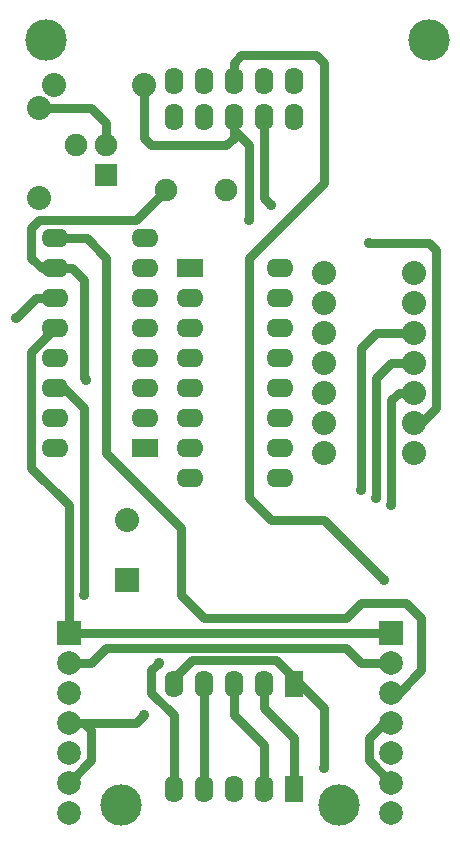
<source format=gtl>
G04 (created by PCBNEW-RS274X (2011-12-21 BZR 3253)-stable) date 15/03/2013 12:04:59*
G01*
G70*
G90*
%MOIN*%
G04 Gerber Fmt 3.4, Leading zero omitted, Abs format*
%FSLAX34Y34*%
G04 APERTURE LIST*
%ADD10C,0.006000*%
%ADD11R,0.078700X0.078700*%
%ADD12C,0.078700*%
%ADD13R,0.062000X0.090000*%
%ADD14O,0.062000X0.090000*%
%ADD15R,0.090000X0.062000*%
%ADD16O,0.090000X0.062000*%
%ADD17R,0.075000X0.075000*%
%ADD18C,0.075000*%
%ADD19C,0.080000*%
%ADD20R,0.080000X0.080000*%
%ADD21C,0.137800*%
%ADD22C,0.035000*%
%ADD23C,0.030000*%
G04 APERTURE END LIST*
G54D10*
G54D11*
X12750Y-31000D03*
G54D12*
X12750Y-32000D03*
X12750Y-33000D03*
X12750Y-34000D03*
X12750Y-35000D03*
X12750Y-36000D03*
X12750Y-37000D03*
G54D13*
X20250Y-32700D03*
G54D14*
X19250Y-32700D03*
X18250Y-32700D03*
X17250Y-32700D03*
X16250Y-32700D03*
X16250Y-13800D03*
X17250Y-13800D03*
X18250Y-13800D03*
X19250Y-13800D03*
X20250Y-13800D03*
G54D11*
X23500Y-31000D03*
G54D12*
X23500Y-32000D03*
X23500Y-33000D03*
X23500Y-34000D03*
X23500Y-35000D03*
X23500Y-36000D03*
X23500Y-37000D03*
G54D15*
X15300Y-24850D03*
G54D16*
X15300Y-23850D03*
X15300Y-22850D03*
X15300Y-21850D03*
X15300Y-20850D03*
X15300Y-19850D03*
X15300Y-18850D03*
X15300Y-17850D03*
X12300Y-17850D03*
X12300Y-18850D03*
X12300Y-19850D03*
X12300Y-20850D03*
X12300Y-21850D03*
X12300Y-22850D03*
X12300Y-23850D03*
X12300Y-24850D03*
G54D17*
X14000Y-15750D03*
G54D18*
X14000Y-14750D03*
X13000Y-14750D03*
G54D19*
X11750Y-16500D03*
X11750Y-13500D03*
X15250Y-12750D03*
X12250Y-12750D03*
G54D20*
X14700Y-29250D03*
G54D19*
X14700Y-27250D03*
G54D18*
X16000Y-16250D03*
X18000Y-16250D03*
G54D15*
X16800Y-18850D03*
G54D16*
X16800Y-19850D03*
X16800Y-20850D03*
X16800Y-21850D03*
X16800Y-22850D03*
X16800Y-23850D03*
X16800Y-24850D03*
X16800Y-25850D03*
X19800Y-25850D03*
X19800Y-24850D03*
X19800Y-23850D03*
X19800Y-22850D03*
X19800Y-21850D03*
X19800Y-20850D03*
X19800Y-19850D03*
X19800Y-18850D03*
G54D21*
X24750Y-11250D03*
X12000Y-11250D03*
X14500Y-36750D03*
X21750Y-36750D03*
G54D19*
X21250Y-19000D03*
X24250Y-19000D03*
X21250Y-20000D03*
X24250Y-20000D03*
X21250Y-21000D03*
X24250Y-21000D03*
X21250Y-22000D03*
X24250Y-22000D03*
X21250Y-23000D03*
X24250Y-23000D03*
X21250Y-24000D03*
X24250Y-24000D03*
X21250Y-25000D03*
X24250Y-25000D03*
G54D13*
X20250Y-36200D03*
G54D14*
X19250Y-36200D03*
X18250Y-36200D03*
X17250Y-36200D03*
X16250Y-36200D03*
X16250Y-12600D03*
X17250Y-12600D03*
X18250Y-12600D03*
X19250Y-12600D03*
X20250Y-12600D03*
G54D22*
X13320Y-22570D03*
X11000Y-20500D03*
X13250Y-29750D03*
X15250Y-33750D03*
X23250Y-29250D03*
X21250Y-35500D03*
X23000Y-26500D03*
X19500Y-16750D03*
X22750Y-18000D03*
X15750Y-32000D03*
X18750Y-17250D03*
X23500Y-26750D03*
X22500Y-26250D03*
G54D23*
X13320Y-22570D02*
X13250Y-22500D01*
X13250Y-22500D02*
X13250Y-19250D01*
X11850Y-18850D02*
X11500Y-18500D01*
X11500Y-18500D02*
X11500Y-17500D01*
X11500Y-17500D02*
X11750Y-17250D01*
X12300Y-18850D02*
X11850Y-18850D01*
X11750Y-17250D02*
X15000Y-17250D01*
X13250Y-19250D02*
X12850Y-18850D01*
X12850Y-18850D02*
X12300Y-18850D01*
X15000Y-17250D02*
X16000Y-16250D01*
X11000Y-20500D02*
X11650Y-19850D01*
X22500Y-32000D02*
X22000Y-31500D01*
X22000Y-31500D02*
X14000Y-31500D01*
X11650Y-19850D02*
X12300Y-19850D01*
X13500Y-32000D02*
X12750Y-32000D01*
X23500Y-32000D02*
X22500Y-32000D01*
X14000Y-31500D02*
X13500Y-32000D01*
X13250Y-23500D02*
X13250Y-28750D01*
X13250Y-28750D02*
X13250Y-29250D01*
X12600Y-22850D02*
X13250Y-23500D01*
X12300Y-22850D02*
X12600Y-22850D01*
X13250Y-29750D02*
X13250Y-28750D01*
X13500Y-34250D02*
X13250Y-34000D01*
X23500Y-34000D02*
X23250Y-34000D01*
X13500Y-35250D02*
X13500Y-34250D01*
X13250Y-34000D02*
X12750Y-34000D01*
X23250Y-34000D02*
X22750Y-34500D01*
X12750Y-34000D02*
X15000Y-34000D01*
X23500Y-36000D02*
X22750Y-35250D01*
X15000Y-34000D02*
X15250Y-33750D01*
X12750Y-36000D02*
X13500Y-35250D01*
X22750Y-35250D02*
X22750Y-34500D01*
X12750Y-31000D02*
X12750Y-26750D01*
X12750Y-26750D02*
X11500Y-25500D01*
X11500Y-21650D02*
X12300Y-20850D01*
X11500Y-25500D02*
X11500Y-21650D01*
X12750Y-31000D02*
X23500Y-31000D01*
X17250Y-30500D02*
X21750Y-30500D01*
X12300Y-17850D02*
X13350Y-17850D01*
X13350Y-17850D02*
X14000Y-18500D01*
X23750Y-33000D02*
X24500Y-32250D01*
X24500Y-30500D02*
X24000Y-30000D01*
X24000Y-30000D02*
X22500Y-30000D01*
X14000Y-25000D02*
X16500Y-27500D01*
X16500Y-27500D02*
X16500Y-29750D01*
X23500Y-33000D02*
X23750Y-33000D01*
X14000Y-18500D02*
X14000Y-25000D01*
X22500Y-30000D02*
X22000Y-30500D01*
X16500Y-29750D02*
X17250Y-30500D01*
X24500Y-32250D02*
X24500Y-30500D01*
X22000Y-30500D02*
X21750Y-30500D01*
X21250Y-33500D02*
X21250Y-35500D01*
X20250Y-32500D02*
X20250Y-32700D01*
X16250Y-32500D02*
X16848Y-31902D01*
X19652Y-31902D02*
X20250Y-32500D01*
X16848Y-31902D02*
X19652Y-31902D01*
X16250Y-32700D02*
X16250Y-32500D01*
X21250Y-16000D02*
X21250Y-12000D01*
X23250Y-29250D02*
X21250Y-27250D01*
X20450Y-32700D02*
X21250Y-33500D01*
X19500Y-27250D02*
X18750Y-26500D01*
X18750Y-26500D02*
X18750Y-18500D01*
X21250Y-27250D02*
X19500Y-27250D01*
X18750Y-18500D02*
X21250Y-16000D01*
X18250Y-12000D02*
X18250Y-12600D01*
X18500Y-11750D02*
X18250Y-12000D01*
X21250Y-12000D02*
X21000Y-11750D01*
X21000Y-11750D02*
X18500Y-11750D01*
X20250Y-32700D02*
X20450Y-32700D01*
X19250Y-36200D02*
X19250Y-34750D01*
X18250Y-33750D02*
X18250Y-32700D01*
X19250Y-34750D02*
X18250Y-33750D01*
X23000Y-22500D02*
X23500Y-22000D01*
X23500Y-22000D02*
X24250Y-22000D01*
X23000Y-26500D02*
X23000Y-22500D01*
X24500Y-24000D02*
X25000Y-23500D01*
X24250Y-24000D02*
X24500Y-24000D01*
X19250Y-16500D02*
X19500Y-16750D01*
X22750Y-18000D02*
X24750Y-18000D01*
X24750Y-18000D02*
X25000Y-18250D01*
X19250Y-13800D02*
X19250Y-16500D01*
X25000Y-18250D02*
X25000Y-18750D01*
X25000Y-23500D02*
X25000Y-18750D01*
X15250Y-14500D02*
X15500Y-14750D01*
X15500Y-14750D02*
X18000Y-14750D01*
X18000Y-14750D02*
X18250Y-14500D01*
X18250Y-14500D02*
X18250Y-13800D01*
X15250Y-12750D02*
X15250Y-14500D01*
X15500Y-33000D02*
X15500Y-32250D01*
X15500Y-32250D02*
X15750Y-32000D01*
X16250Y-33750D02*
X15500Y-33000D01*
X18750Y-14750D02*
X18250Y-14250D01*
X18250Y-14250D02*
X18250Y-13800D01*
X16250Y-36200D02*
X16250Y-33750D01*
X18750Y-17250D02*
X18750Y-14750D01*
X11750Y-13500D02*
X13500Y-13500D01*
X14000Y-14000D02*
X14000Y-14750D01*
X13500Y-13500D02*
X14000Y-14000D01*
X23500Y-26750D02*
X23500Y-23250D01*
X23500Y-23250D02*
X23750Y-23000D01*
X23750Y-23000D02*
X24250Y-23000D01*
X19250Y-33500D02*
X19250Y-32700D01*
X20250Y-36200D02*
X20250Y-34500D01*
X20250Y-34500D02*
X19250Y-33500D01*
X17250Y-36200D02*
X17250Y-32700D01*
X23000Y-21000D02*
X24250Y-21000D01*
X22500Y-21500D02*
X23000Y-21000D01*
X22500Y-26250D02*
X22500Y-21500D01*
M02*

</source>
